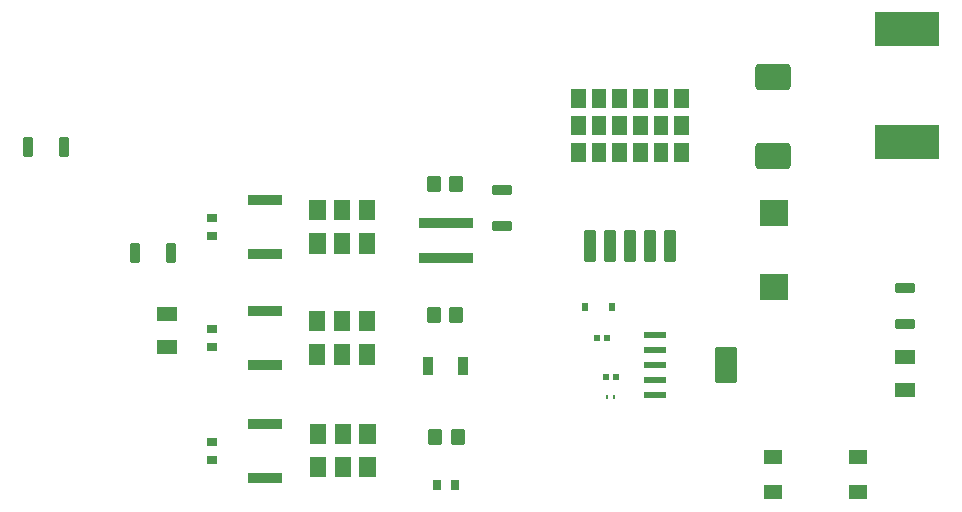
<source format=gbr>
G04 DipTrace 4.3.0.5*
G04 TopPaste.gbr*
%MOIN*%
G04 #@! TF.FileFunction,Paste,Top*
G04 #@! TF.Part,Single*
%AMOUTLINE2*
4,1,28,
0.058465,0.033812,
0.058465,-0.033812,
0.058109,-0.036514,
0.057116,-0.038911,
0.055536,-0.040969,
0.053478,-0.042549,
0.05108,-0.043542,
0.048379,-0.043898,
-0.048379,-0.043898,
-0.05108,-0.043542,
-0.053478,-0.042549,
-0.055536,-0.040969,
-0.057116,-0.038911,
-0.058109,-0.036514,
-0.058465,-0.033812,
-0.058465,0.033812,
-0.058109,0.036514,
-0.057116,0.038911,
-0.055536,0.040969,
-0.053478,0.042549,
-0.05108,0.043542,
-0.048379,0.043898,
0.048379,0.043898,
0.05108,0.043542,
0.053478,0.042549,
0.055536,0.040969,
0.057116,0.038911,
0.058109,0.036514,
0.058465,0.033812,
0*%
%AMOUTLINE5*
4,1,28,
-0.013855,0.031693,
0.013855,0.031693,
0.014742,0.031576,
0.015448,0.031284,
0.016055,0.030818,
0.01652,0.030212,
0.016812,0.029506,
0.016929,0.028619,
0.016929,-0.028619,
0.016812,-0.029506,
0.01652,-0.030212,
0.016055,-0.030818,
0.015448,-0.031284,
0.014742,-0.031576,
0.013855,-0.031693,
-0.013855,-0.031693,
-0.014742,-0.031576,
-0.015448,-0.031284,
-0.016055,-0.030818,
-0.01652,-0.030212,
-0.016812,-0.029506,
-0.016929,-0.028619,
-0.016929,0.028619,
-0.016812,0.029506,
-0.01652,0.030212,
-0.016055,0.030818,
-0.015448,0.031284,
-0.014742,0.031576,
-0.013855,0.031693,
0*%
%AMOUTLINE8*
4,1,28,
0.031693,0.013856,
0.031693,-0.013854,
0.031577,-0.014741,
0.031284,-0.015447,
0.030819,-0.016054,
0.030212,-0.016519,
0.029506,-0.016812,
0.028619,-0.016928,
-0.028619,-0.01693,
-0.029505,-0.016813,
-0.030212,-0.016521,
-0.030818,-0.016055,
-0.031283,-0.015449,
-0.031576,-0.014743,
-0.031693,-0.013856,
-0.031693,0.013854,
-0.031577,0.014741,
-0.031284,0.015447,
-0.030819,0.016054,
-0.030212,0.016519,
-0.029506,0.016812,
-0.028619,0.016928,
0.028619,0.01693,
0.029505,0.016813,
0.030212,0.016521,
0.030818,0.016055,
0.031283,0.015449,
0.031576,0.014743,
0.031693,0.013856,
0*%
%AMOUTLINE11*
4,1,28,
-0.031693,-0.013855,
-0.031693,0.013855,
-0.031576,0.014742,
-0.031284,0.015448,
-0.030818,0.016055,
-0.030212,0.01652,
-0.029506,0.016812,
-0.028619,0.016929,
0.028619,0.016929,
0.029506,0.016812,
0.030212,0.01652,
0.030818,0.016055,
0.031284,0.015448,
0.031576,0.014742,
0.031693,0.013855,
0.031693,-0.013855,
0.031576,-0.014742,
0.031284,-0.015448,
0.030818,-0.016055,
0.030212,-0.01652,
0.029506,-0.016812,
0.028619,-0.016929,
-0.028619,-0.016929,
-0.029506,-0.016812,
-0.030212,-0.01652,
-0.030818,-0.016055,
-0.031284,-0.015448,
-0.031576,-0.014742,
-0.031693,-0.013855,
0*%
%AMOUTLINE14*
4,1,28,
-0.023622,-0.019674,
-0.023622,0.019674,
-0.023341,0.021806,
-0.022568,0.023673,
-0.021338,0.025275,
-0.019736,0.026505,
-0.017869,0.027278,
-0.015737,0.027559,
0.015737,0.027559,
0.017869,0.027278,
0.019736,0.026505,
0.021338,0.025275,
0.022568,0.023673,
0.023341,0.021806,
0.023622,0.019674,
0.023622,-0.019674,
0.023341,-0.021806,
0.022568,-0.023673,
0.021338,-0.025275,
0.019736,-0.026505,
0.017869,-0.027278,
0.015737,-0.027559,
-0.015737,-0.027559,
-0.017869,-0.027278,
-0.019736,-0.026505,
-0.021338,-0.025275,
-0.022568,-0.023673,
-0.023341,-0.021806,
-0.023622,-0.019674,
0*%
%AMOUTLINE17*
4,1,28,
-0.019482,-0.045937,
-0.019495,0.045931,
-0.01921,0.048094,
-0.018426,0.049989,
-0.017177,0.051616,
-0.01555,0.052865,
-0.013655,0.05365,
-0.011493,0.053935,
0.011477,0.053939,
0.01364,0.053654,
0.015535,0.05287,
0.017162,0.051621,
0.018411,0.049994,
0.019197,0.048099,
0.019482,0.045937,
0.019495,-0.045931,
0.01921,-0.048094,
0.018426,-0.049989,
0.017177,-0.051616,
0.01555,-0.052865,
0.013655,-0.05365,
0.011493,-0.053935,
-0.011477,-0.053939,
-0.01364,-0.053654,
-0.015535,-0.05287,
-0.017162,-0.051621,
-0.018411,-0.049994,
-0.019197,-0.048099,
-0.019482,-0.045937,
0*%
%AMOUTLINE23*
4,1,28,
-0.035477,0.010236,
0.035477,0.010236,
0.035914,0.010179,
0.0362,0.01006,
0.036446,0.009871,
0.036635,0.009625,
0.036754,0.009339,
0.036811,0.008902,
0.036811,-0.008902,
0.036754,-0.009339,
0.036635,-0.009625,
0.036446,-0.009871,
0.0362,-0.01006,
0.035914,-0.010179,
0.035477,-0.010236,
-0.035477,-0.010236,
-0.035914,-0.010179,
-0.0362,-0.01006,
-0.036446,-0.009871,
-0.036635,-0.009625,
-0.036754,-0.009339,
-0.036811,-0.008902,
-0.036811,0.008902,
-0.036754,0.009339,
-0.036635,0.009625,
-0.036446,0.009871,
-0.0362,0.01006,
-0.035914,0.010179,
-0.035477,0.010236,
0*%
%AMOUTLINE26*
4,1,28,
-0.028568,0.060236,
0.028568,0.060236,
0.030793,0.059943,
0.032745,0.059134,
0.034422,0.057848,
0.035709,0.056171,
0.036518,0.054218,
0.036811,0.051993,
0.036811,-0.051993,
0.036518,-0.054218,
0.035709,-0.056171,
0.034422,-0.057848,
0.032745,-0.059134,
0.030793,-0.059943,
0.028568,-0.060236,
-0.028568,-0.060236,
-0.030793,-0.059943,
-0.032745,-0.059134,
-0.034422,-0.057848,
-0.035709,-0.056171,
-0.036518,-0.054218,
-0.036811,-0.051993,
-0.036811,0.051993,
-0.036518,0.054218,
-0.035709,0.056171,
-0.034422,0.057848,
-0.032745,0.059134,
-0.030793,0.059943,
-0.028568,0.060236,
0*%
%ADD96R,0.059055X0.051181*%
%ADD104R,0.034252X0.031496*%
%ADD106R,0.031496X0.034252*%
%ADD108R,0.034252X0.064173*%
%ADD110R,0.182283X0.034252*%
%ADD114R,0.114961X0.034252*%
%ADD122R,0.212598X0.114173*%
%ADD154R,0.066929X0.048031*%
%ADD156R,0.020866X0.02874*%
%ADD158R,0.011024X0.011811*%
%ADD160R,0.019685X0.022441*%
%ADD162R,0.095276X0.087008*%
%ADD170OUTLINE2*%
%ADD173OUTLINE5*%
%ADD176OUTLINE8*%
%ADD179OUTLINE11*%
%ADD182OUTLINE14*%
%ADD185OUTLINE17*%
%ADD191OUTLINE23*%
%ADD194OUTLINE26*%
%FSLAX26Y26*%
G04*
G70*
G90*
G75*
G01*
G04 TopPaste*
%LPD*%
D162*
X2953184Y2999414D3*
X2953179Y3243508D3*
D160*
X2362536Y2828951D3*
X2396945D3*
D158*
X2397407Y2631441D3*
X2419533D3*
D160*
X2392636Y2699052D3*
X2427045D3*
D170*
X2948130Y3698281D3*
Y3433321D3*
D156*
X2412406Y2932231D3*
X2321855D3*
D173*
X586180Y3464271D3*
X466102D3*
X943399Y3112621D3*
X823321D3*
D154*
X930389Y2906672D3*
X930392Y2796830D3*
D176*
X2047782Y3201612D3*
X2047779Y3321691D3*
D179*
X3390241Y2994291D3*
Y2874212D3*
D154*
X3390030Y2653330D3*
X3390028Y2763172D3*
D122*
X3397340Y3856878D3*
Y3482863D3*
D182*
X1819439Y3340752D3*
X1894242D3*
X1819359Y2903064D3*
X1894162D3*
X1823108Y2496501D3*
X1897911D3*
G36*
X1624077Y3287940D2*
X1570533D1*
Y3220224D1*
X1624077D1*
Y3287940D1*
G37*
G36*
X1541006D2*
X1487462D1*
Y3220224D1*
X1541006D1*
Y3287940D1*
G37*
G36*
X1457935D2*
X1404392D1*
Y3220224D1*
X1457935D1*
Y3287940D1*
G37*
G36*
X1624077Y3176917D2*
X1570533D1*
Y3109200D1*
X1624077D1*
Y3176917D1*
G37*
G36*
X1541006D2*
X1487462D1*
Y3109200D1*
X1541006D1*
Y3176917D1*
G37*
G36*
X1457935D2*
X1404392D1*
Y3109200D1*
X1457935D1*
Y3176917D1*
G37*
D114*
X1257148Y3108570D3*
Y3288570D3*
G36*
X1623846Y2917920D2*
X1570302D1*
Y2850204D1*
X1623846D1*
Y2917920D1*
G37*
G36*
X1540775D2*
X1487231D1*
Y2850204D1*
X1540775D1*
Y2917920D1*
G37*
G36*
X1457704D2*
X1404161D1*
Y2850204D1*
X1457704D1*
Y2917920D1*
G37*
G36*
X1623846Y2806897D2*
X1570302D1*
Y2739180D1*
X1623846D1*
Y2806897D1*
G37*
G36*
X1540775D2*
X1487231D1*
Y2739180D1*
X1540775D1*
Y2806897D1*
G37*
G36*
X1457704D2*
X1404161D1*
Y2739180D1*
X1457704D1*
Y2806897D1*
G37*
D114*
X1256917Y2738550D3*
Y2918550D3*
G36*
X1624596Y2542111D2*
X1571053D1*
Y2474394D1*
X1624596D1*
Y2542111D1*
G37*
G36*
X1541525D2*
X1487982D1*
Y2474394D1*
X1541525D1*
Y2542111D1*
G37*
G36*
X1458455D2*
X1404911D1*
Y2474394D1*
X1458455D1*
Y2542111D1*
G37*
G36*
X1624596Y2431087D2*
X1571053D1*
Y2363371D1*
X1624596D1*
Y2431087D1*
G37*
G36*
X1541525D2*
X1487982D1*
Y2363371D1*
X1541525D1*
Y2431087D1*
G37*
G36*
X1458455D2*
X1404911D1*
Y2363371D1*
X1458455D1*
Y2431087D1*
G37*
D114*
X1257667Y2362741D3*
Y2542741D3*
D110*
X1859996Y3095843D3*
X1859984Y3212378D3*
D108*
X1798242Y2736022D3*
X1914777D3*
D106*
X1830850Y2338340D3*
X1890692D3*
D104*
X1080863Y3168880D3*
X1080857Y3228722D3*
X1080700Y2798821D3*
Y2858663D3*
X1080690Y2422641D3*
Y2482483D3*
D96*
X3234153Y2432397D3*
X2950688D3*
X3234153Y2314287D3*
X2950688D3*
D185*
X2338527Y3133127D3*
X2405457Y3133137D3*
X2472386Y3133146D3*
X2539315Y3133156D3*
X2606244Y3133165D3*
G36*
X2619952Y3658762D2*
X2668771D1*
Y3595376D1*
X2619952D1*
Y3658762D1*
G37*
G36*
X2551133Y3658752D2*
X2599952D1*
Y3595366D1*
X2551133D1*
Y3658752D1*
G37*
G36*
X2482315Y3658742D2*
X2531133D1*
Y3595356D1*
X2482315D1*
Y3658742D1*
G37*
G36*
X2413496Y3658732D2*
X2462315D1*
Y3595346D1*
X2413496D1*
Y3658732D1*
G37*
G36*
X2344677Y3658722D2*
X2393496D1*
Y3595336D1*
X2344677D1*
Y3658722D1*
G37*
G36*
X2275858Y3658712D2*
X2324677D1*
Y3595326D1*
X2275858D1*
Y3658712D1*
G37*
G36*
X2619965Y3569195D2*
X2668784D1*
Y3505809D1*
X2619965D1*
Y3569195D1*
G37*
G36*
X2551146Y3569185D2*
X2599965D1*
Y3505799D1*
X2551146D1*
Y3569185D1*
G37*
G36*
X2482327Y3569175D2*
X2531146D1*
Y3505789D1*
X2482327D1*
Y3569175D1*
G37*
G36*
X2413509Y3569165D2*
X2462327D1*
Y3505779D1*
X2413509D1*
Y3569165D1*
G37*
G36*
X2344690Y3569155D2*
X2393509D1*
Y3505769D1*
X2344690D1*
Y3569155D1*
G37*
G36*
X2275871Y3569145D2*
X2324690D1*
Y3505759D1*
X2275871D1*
Y3569145D1*
G37*
G36*
X2619978Y3479628D2*
X2668797D1*
Y3416242D1*
X2619978D1*
Y3479628D1*
G37*
G36*
X2551159Y3479618D2*
X2599978D1*
Y3416232D1*
X2551159D1*
Y3479618D1*
G37*
G36*
X2482340Y3479608D2*
X2531159D1*
Y3416222D1*
X2482340D1*
Y3479608D1*
G37*
G36*
X2413521Y3479598D2*
X2462340D1*
Y3416212D1*
X2413521D1*
Y3479598D1*
G37*
G36*
X2344703Y3479588D2*
X2393521D1*
Y3416202D1*
X2344703D1*
Y3479588D1*
G37*
G36*
X2275884Y3479578D2*
X2324703D1*
Y3416192D1*
X2275884D1*
Y3479578D1*
G37*
D191*
X2555763Y2789522D3*
Y2639522D3*
Y2839522D3*
Y2689522D3*
D194*
X2792377Y2739522D3*
D191*
X2555763D3*
M02*

</source>
